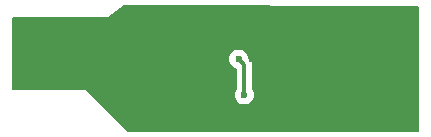
<source format=gbr>
%TF.GenerationSoftware,KiCad,Pcbnew,8.0.6*%
%TF.CreationDate,2024-11-15T14:11:30+01:00*%
%TF.ProjectId,PA3194G822_R05,50413331-3934-4473-9832-325f5230352e,3*%
%TF.SameCoordinates,Original*%
%TF.FileFunction,Copper,L2,Bot*%
%TF.FilePolarity,Positive*%
%FSLAX46Y46*%
G04 Gerber Fmt 4.6, Leading zero omitted, Abs format (unit mm)*
G04 Created by KiCad (PCBNEW 8.0.6) date 2024-11-15 14:11:30*
%MOMM*%
%LPD*%
G01*
G04 APERTURE LIST*
%TA.AperFunction,ViaPad*%
%ADD10C,0.600000*%
%TD*%
%TA.AperFunction,Conductor*%
%ADD11C,0.300000*%
%TD*%
G04 APERTURE END LIST*
D10*
%TO.N,GND*%
X109020000Y-100390000D03*
X108480000Y-102830000D03*
X111090000Y-102880000D03*
X105820000Y-100460000D03*
X112570000Y-97350000D03*
X109110000Y-97330000D03*
X105640000Y-97400000D03*
X105620000Y-102830000D03*
X124840000Y-100490000D03*
X136900000Y-97600000D03*
X122710000Y-106420000D03*
X119015000Y-99580000D03*
X115290000Y-99420000D03*
X123320000Y-102940000D03*
X115040000Y-96280000D03*
X132950000Y-100040000D03*
X121980000Y-98740000D03*
X120930000Y-96330000D03*
X138630000Y-106340000D03*
X114500000Y-104120000D03*
X130110000Y-97490000D03*
X117580000Y-102890000D03*
X127000000Y-105000000D03*
X115560000Y-101490000D03*
X123660000Y-98560000D03*
X131650000Y-106480000D03*
X138600000Y-97600000D03*
%TO.N,/SPI_SDI*%
X123680000Y-100520000D03*
X124170000Y-103560000D03*
%TD*%
D11*
%TO.N,/SPI_SDI*%
X124170000Y-101010000D02*
X124170000Y-103560000D01*
X123680000Y-100520000D02*
X124170000Y-101010000D01*
%TD*%
%TA.AperFunction,Conductor*%
%TO.N,GND*%
G36*
X138814510Y-96011494D02*
G01*
X138881466Y-96031453D01*
X138927004Y-96084443D01*
X138938000Y-96135493D01*
X138938000Y-106556070D01*
X138918315Y-106623109D01*
X138865511Y-106668864D01*
X138814070Y-106680070D01*
X114361239Y-106693970D01*
X114294189Y-106674324D01*
X114273689Y-106657852D01*
X110750000Y-103150000D01*
X110749998Y-103149999D01*
X110749997Y-103149999D01*
X104624131Y-103131794D01*
X104557151Y-103111911D01*
X104511553Y-103058971D01*
X104500500Y-103007795D01*
X104500500Y-100519996D01*
X122874435Y-100519996D01*
X122874435Y-100520003D01*
X122894630Y-100699249D01*
X122894631Y-100699254D01*
X122954211Y-100869523D01*
X123002220Y-100945928D01*
X123050184Y-101022262D01*
X123177738Y-101149816D01*
X123330478Y-101245789D01*
X123436455Y-101282872D01*
X123493230Y-101323592D01*
X123518978Y-101388545D01*
X123519500Y-101399913D01*
X123519500Y-103054931D01*
X123500494Y-103120903D01*
X123444211Y-103210477D01*
X123444209Y-103210481D01*
X123384633Y-103380737D01*
X123384630Y-103380750D01*
X123364435Y-103559996D01*
X123364435Y-103560003D01*
X123384630Y-103739249D01*
X123384631Y-103739254D01*
X123444211Y-103909523D01*
X123540184Y-104062262D01*
X123667738Y-104189816D01*
X123820478Y-104285789D01*
X123990745Y-104345368D01*
X123990750Y-104345369D01*
X124169996Y-104365565D01*
X124170000Y-104365565D01*
X124170004Y-104365565D01*
X124349249Y-104345369D01*
X124349252Y-104345368D01*
X124349255Y-104345368D01*
X124519522Y-104285789D01*
X124672262Y-104189816D01*
X124799816Y-104062262D01*
X124895789Y-103909522D01*
X124955368Y-103739255D01*
X124975565Y-103560000D01*
X124955368Y-103380745D01*
X124955367Y-103380743D01*
X124955366Y-103380737D01*
X124895790Y-103210481D01*
X124895789Y-103210478D01*
X124874008Y-103175814D01*
X124839506Y-103120903D01*
X124820500Y-103054931D01*
X124820500Y-100945928D01*
X124795502Y-100820260D01*
X124795500Y-100820254D01*
X124775189Y-100771221D01*
X124775187Y-100771216D01*
X124746468Y-100701878D01*
X124746462Y-100701868D01*
X124675278Y-100595332D01*
X124675272Y-100595325D01*
X124501722Y-100421776D01*
X124468237Y-100360453D01*
X124466182Y-100347973D01*
X124465368Y-100340745D01*
X124405789Y-100170478D01*
X124309816Y-100017738D01*
X124182262Y-99890184D01*
X124029523Y-99794211D01*
X123859254Y-99734631D01*
X123859249Y-99734630D01*
X123680004Y-99714435D01*
X123679996Y-99714435D01*
X123500750Y-99734630D01*
X123500745Y-99734631D01*
X123330476Y-99794211D01*
X123177737Y-99890184D01*
X123050184Y-100017737D01*
X122954211Y-100170476D01*
X122894631Y-100340745D01*
X122894630Y-100340750D01*
X122874435Y-100519996D01*
X104500500Y-100519996D01*
X104500500Y-97122592D01*
X104520185Y-97055553D01*
X104572989Y-97009798D01*
X104624205Y-96998593D01*
X112610000Y-96980000D01*
X113966338Y-95935911D01*
X114031466Y-95910618D01*
X114042464Y-95910173D01*
X138814510Y-96011494D01*
G37*
%TD.AperFunction*%
%TD*%
M02*

</source>
